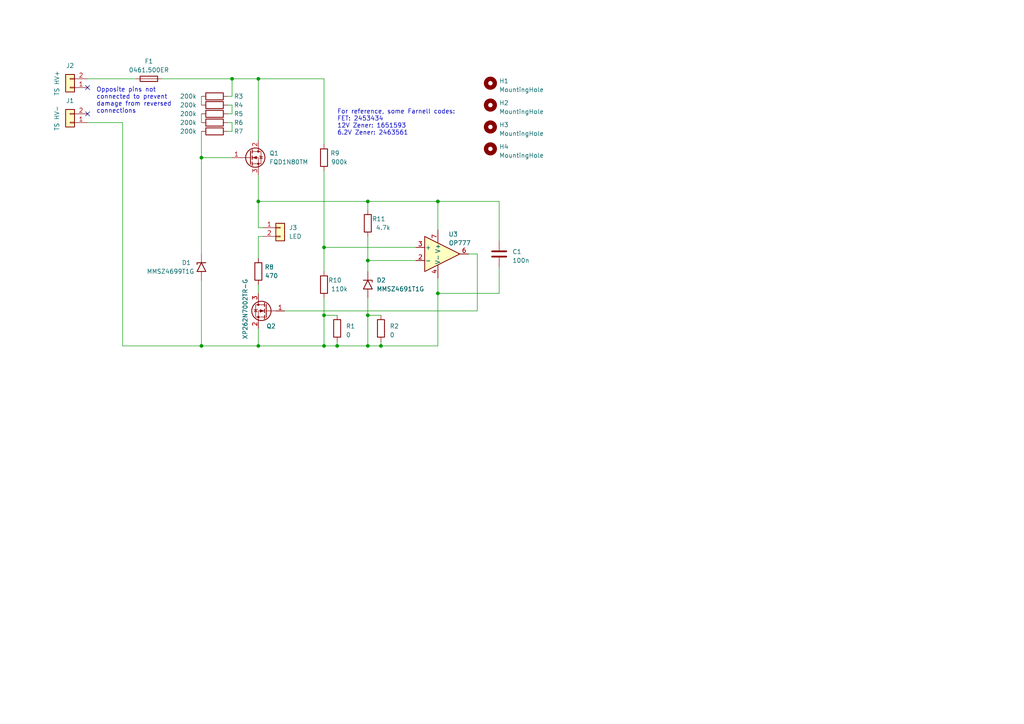
<source format=kicad_sch>
(kicad_sch (version 20230121) (generator eeschema)
  (paper "A4")
  (lib_symbols
    (symbol "Connector_Generic:Conn_01x02" (pin_names (offset 1.016) hide)
      (property "Reference" "J" (at 0 2.54 0))
      (property "Value" "Conn_01x02" (at 0 -5.08 0))
      (symbol "Conn_01x02_1_1"
        (rectangle (start -1.27 -2.413) (end 0 -2.667) (stroke (width 0.1524)))
        (rectangle (start -1.27 0.127) (end 0 -0.127) (stroke (width 0.1524)))
        (rectangle (start -1.27 1.27) (end 1.27 -3.81) (stroke (width 0.254)) (fill (type background)))
        (pin passive line (at -5.08 0 0) (length 3.81) (name "Pin_1") (number "1"))
        (pin passive line (at -5.08 -2.54 0) (length 3.81) (name "Pin_2") (number "2"))
      )
    )
    (symbol "Device:C" (pin_numbers hide) (pin_names (offset 0.254))
      (property "Reference" "C" (at 0.635 2.54 0))
      (property "Value" "C" (at 0.635 -2.54 0))
      (symbol "C_0_1"
        (polyline (pts (xy -2.032 -0.762) (xy 2.032 -0.762)) (stroke (width 0.508)))
        (polyline (pts (xy -2.032 0.762) (xy 2.032 0.762)) (stroke (width 0.508)))
      )
      (symbol "C_1_1"
        (pin passive line (at 0 3.81 270) (length 2.794) (name "~") (number "1"))
        (pin passive line (at 0 -3.81 90) (length 2.794) (name "~") (number "2"))
      )
    )
    (symbol "Device:Fuse" (pin_numbers hide) (pin_names (offset 0))
      (property "Reference" "F" (at 2.032 0 90))
      (property "Value" "Fuse" (at -1.905 0 90))
      (symbol "Fuse_0_1"
        (rectangle (start -0.762 -2.54) (end 0.762 2.54) (stroke (width 0.254)))
        (polyline (pts (xy 0 2.54) (xy 0 -2.54)))
      )
      (symbol "Fuse_1_1"
        (pin passive line (at 0 3.81 270) (length 1.27) (name "~") (number "1"))
        (pin passive line (at 0 -3.81 90) (length 1.27) (name "~") (number "2"))
      )
    )
    (symbol "Device:Q_NMOS_GSD" (pin_names (offset 0) hide)
      (property "Reference" "Q" (at 5.08 1.27 0))
      (property "Value" "Q_NMOS_GSD" (at 5.08 -1.27 0))
      (symbol "Q_NMOS_GSD_0_1"
        (polyline (pts (xy 0.254 0) (xy -2.54 0)))
        (polyline (pts (xy 0.254 1.905) (xy 0.254 -1.905)) (stroke (width 0.254)))
        (polyline (pts (xy 0.762 -1.27) (xy 0.762 -2.286)) (stroke (width 0.254)))
        (polyline (pts (xy 0.762 0.508) (xy 0.762 -0.508)) (stroke (width 0.254)))
        (polyline (pts (xy 0.762 2.286) (xy 0.762 1.27)) (stroke (width 0.254)))
        (polyline (pts (xy 2.54 2.54) (xy 2.54 1.778)))
        (polyline (pts (xy 2.54 -2.54) (xy 2.54 0) (xy 0.762 0)))
        (polyline (pts (xy 0.762 -1.778) (xy 3.302 -1.778) (xy 3.302 1.778) (xy 0.762 1.778)))
        (polyline (pts (xy 1.016 0) (xy 2.032 0.381) (xy 2.032 -0.381) (xy 1.016 0)) (fill (type outline)))
        (polyline (pts (xy 2.794 0.508) (xy 2.921 0.381) (xy 3.683 0.381) (xy 3.81 0.254)))
        (polyline (pts (xy 3.302 0.381) (xy 2.921 -0.254) (xy 3.683 -0.254) (xy 3.302 0.381)))
        (circle (center 1.651 0) (radius 2.794) (stroke (width 0.254)))
        (circle (center 2.54 -1.778) (radius 0.254) (fill (type outline)))
        (circle (center 2.54 1.778) (radius 0.254) (fill (type outline)))
      )
      (symbol "Q_NMOS_GSD_1_1"
        (pin input line (at -5.08 0 0) (length 2.54) (name "G") (number "1"))
        (pin passive line (at 2.54 -5.08 90) (length 2.54) (name "S") (number "2"))
        (pin passive line (at 2.54 5.08 270) (length 2.54) (name "D") (number "3"))
      )
    )
    (symbol "Device:R" (pin_numbers hide) (pin_names (offset 0))
      (property "Reference" "R" (at 2.032 0 90))
      (property "Value" "R" (at 0 0 90))
      (symbol "R_0_1"
        (rectangle (start -1.016 -2.54) (end 1.016 2.54) (stroke (width 0.254)))
      )
      (symbol "R_1_1"
        (pin passive line (at 0 3.81 270) (length 1.27) (name "~") (number "1"))
        (pin passive line (at 0 -3.81 90) (length 1.27) (name "~") (number "2"))
      )
    )
    (symbol "Diode:1N630xA" (pin_numbers hide) (pin_names (offset 1.016) hide)
      (property "Reference" "D" (at 0 2.54 0))
      (property "Value" "1N630xA" (at 0 -2.54 0))
      (symbol "1N630xA_0_1"
        (polyline (pts (xy -0.762 1.27) (xy -1.27 1.27) (xy -1.27 -1.27)) (stroke (width 0.254)))
        (polyline (pts (xy 1.27 1.27) (xy 1.27 -1.27) (xy -1.27 0) (xy 1.27 1.27)) (stroke (width 0.254)))
      )
      (symbol "1N630xA_1_1"
        (pin passive line (at -3.81 0 0) (length 2.54) (name "A1") (number "1"))
        (pin passive line (at 3.81 0 180) (length 2.54) (name "A2") (number "2"))
      )
    )
    (symbol "Mechanical:MountingHole" (pin_names (offset 1.016))
      (property "Reference" "H" (at 0 5.08 0))
      (property "Value" "MountingHole" (at 0 3.175 0))
      (symbol "MountingHole_0_1"
        (circle (center 0 0) (radius 1.27) (stroke (width 1.27)))
      )
    )
    (symbol "SUFST:FQD1N80TM" (pin_names hide)
      (property "Reference" "Q" (at 6.35 1.905 0))
      (property "Value" "FQD1N80TM" (at 6.35 0 0))
      (symbol "FQD1N80TM_0_1"
        (polyline (pts (xy 0.254 0) (xy -2.54 0)))
        (polyline (pts (xy 0.254 1.905) (xy 0.254 -1.905)) (stroke (width 0.254)))
        (polyline (pts (xy 0.762 -1.27) (xy 0.762 -2.286)) (stroke (width 0.254)))
        (polyline (pts (xy 0.762 0.508) (xy 0.762 -0.508)) (stroke (width 0.254)))
        (polyline (pts (xy 0.762 2.286) (xy 0.762 1.27)) (stroke (width 0.254)))
        (polyline (pts (xy 2.54 2.54) (xy 2.54 1.778)))
        (polyline (pts (xy 2.54 -2.54) (xy 2.54 0) (xy 0.762 0)))
        (polyline (pts (xy 0.762 -1.778) (xy 3.302 -1.778) (xy 3.302 1.778) (xy 0.762 1.778)))
        (polyline (pts (xy 1.016 0) (xy 2.032 0.381) (xy 2.032 -0.381) (xy 1.016 0)) (fill (type outline)))
        (polyline (pts (xy 2.794 0.508) (xy 2.921 0.381) (xy 3.683 0.381) (xy 3.81 0.254)))
        (polyline (pts (xy 3.302 0.381) (xy 2.921 -0.254) (xy 3.683 -0.254) (xy 3.302 0.381)))
        (circle (center 1.651 0) (radius 2.794) (stroke (width 0.254)))
        (circle (center 2.54 -1.778) (radius 0.254) (fill (type outline)))
        (circle (center 2.54 1.778) (radius 0.254) (fill (type outline)))
      )
      (symbol "FQD1N80TM_1_1"
        (pin input line (at -5.08 0 0) (length 2.54) (name "G") (number "1"))
        (pin passive line (at 2.54 5.08 270) (length 2.54) (name "D") (number "2"))
        (pin passive line (at 2.54 -5.08 90) (length 2.54) (name "S") (number "3"))
      )
    )
    (symbol "SUFST:OP777" (pin_names (offset 0.127))
      (property "Reference" "U" (at 1.27 5.715 0))
      (property "Value" "OP777" (at 1.27 3.175 0))
      (symbol "OP777_0_1"
        (polyline (pts (xy -5.08 5.08) (xy 5.08 0) (xy -5.08 -5.08) (xy -5.08 5.08)) (stroke (width 0.254)) (fill (type background)))
      )
      (symbol "OP777_1_1"
        (pin no_connect line (at -2.54 -8.89 90) (length 5.08) hide (name "") (number "1"))
        (pin input line (at -7.62 -1.905 0) (length 2.54) (name "-") (number "2"))
        (pin input line (at -7.62 1.905 0) (length 2.54) (name "+") (number "3"))
        (pin power_in line (at -1.27 -6.985 90) (length 3.81) (name "V-") (number "4"))
        (pin no_connect line (at -2.54 6.35 270) (length 2.54) hide (name "NC") (number "5"))
        (pin output line (at 7.62 0 180) (length 2.54) (name "~") (number "6"))
        (pin power_in line (at -1.27 6.985 270) (length 3.81) (name "V+") (number "7"))
        (pin no_connect line (at 2.54 -7.62 90) (length 6.35) hide (name "") (number "8"))
      )
    )
  )
  (junction (at 110.49 100.33))
  (junction (at 127 58.42))
  (junction (at 93.98 100.33))
  (junction (at 106.68 75.565))
  (junction (at 74.93 58.42))
  (junction (at 93.98 71.755))
  (junction (at 67.31 22.86))
  (junction (at 97.79 100.33))
  (junction (at 106.68 58.42))
  (junction (at 106.68 100.33))
  (junction (at 58.42 45.72))
  (junction (at 127 85.09))
  (junction (at 93.98 91.44))
  (junction (at 74.93 100.33))
  (junction (at 74.93 22.86))
  (junction (at 106.68 91.44))
  (junction (at 58.42 100.33))
  (no_connect (at 25.4 25.4))
  (no_connect (at 25.4 33.02))
  (wire (pts (xy 58.42 38.1) (xy 58.42 45.72)))
  (wire (pts (xy 106.68 58.42) (xy 127 58.42)))
  (wire (pts (xy 106.68 75.565) (xy 106.68 78.74)))
  (wire (pts (xy 74.93 22.86) (xy 74.93 40.64)))
  (wire (pts (xy 110.49 100.33) (xy 127 100.33)))
  (wire (pts (xy 74.93 22.86) (xy 93.98 22.86)))
  (wire (pts (xy 93.98 49.53) (xy 93.98 71.755)))
  (wire (pts (xy 97.79 99.06) (xy 97.79 100.33)))
  (wire (pts (xy 35.56 100.33) (xy 58.42 100.33)))
  (wire (pts (xy 58.42 81.28) (xy 58.42 100.33)))
  (wire (pts (xy 58.42 30.48) (xy 58.42 27.94)))
  (wire (pts (xy 25.4 35.56) (xy 35.56 35.56)))
  (wire (pts (xy 93.98 71.755) (xy 120.65 71.755)))
  (wire (pts (xy 67.31 22.86) (xy 67.31 27.94)))
  (wire (pts (xy 93.98 22.86) (xy 93.98 41.91)))
  (wire (pts (xy 135.89 73.66) (xy 138.43 73.66)))
  (wire (pts (xy 66.04 30.48) (xy 67.31 30.48)))
  (wire (pts (xy 74.93 68.58) (xy 74.93 74.93)))
  (wire (pts (xy 74.93 100.33) (xy 93.98 100.33)))
  (wire (pts (xy 144.78 69.85) (xy 144.78 58.42)))
  (wire (pts (xy 106.68 91.44) (xy 106.68 100.33)))
  (wire (pts (xy 25.4 22.86) (xy 39.37 22.86)))
  (wire (pts (xy 74.93 58.42) (xy 106.68 58.42)))
  (wire (pts (xy 127 58.42) (xy 144.78 58.42)))
  (wire (pts (xy 93.98 91.44) (xy 93.98 100.33)))
  (wire (pts (xy 106.68 68.58) (xy 106.68 75.565)))
  (wire (pts (xy 74.93 82.55) (xy 74.93 85.09)))
  (wire (pts (xy 93.98 91.44) (xy 97.79 91.44)))
  (wire (pts (xy 144.78 77.47) (xy 144.78 85.09)))
  (wire (pts (xy 67.31 22.86) (xy 74.93 22.86)))
  (wire (pts (xy 106.68 91.44) (xy 110.49 91.44)))
  (wire (pts (xy 106.68 75.565) (xy 120.65 75.565)))
  (wire (pts (xy 58.42 35.56) (xy 58.42 33.02)))
  (wire (pts (xy 93.98 86.36) (xy 93.98 91.44)))
  (wire (pts (xy 97.79 100.33) (xy 106.68 100.33)))
  (wire (pts (xy 58.42 45.72) (xy 58.42 73.66)))
  (wire (pts (xy 74.93 100.33) (xy 58.42 100.33)))
  (wire (pts (xy 93.98 71.755) (xy 93.98 78.74)))
  (wire (pts (xy 144.78 85.09) (xy 127 85.09)))
  (wire (pts (xy 74.93 50.8) (xy 74.93 58.42)))
  (wire (pts (xy 127 80.645) (xy 127 85.09)))
  (wire (pts (xy 106.68 86.36) (xy 106.68 91.44)))
  (wire (pts (xy 58.42 45.72) (xy 67.31 45.72)))
  (wire (pts (xy 67.31 33.02) (xy 67.31 30.48)))
  (wire (pts (xy 110.49 99.06) (xy 110.49 100.33)))
  (wire (pts (xy 74.93 68.58) (xy 76.2 68.58)))
  (wire (pts (xy 127 85.09) (xy 127 100.33)))
  (wire (pts (xy 74.93 95.25) (xy 74.93 100.33)))
  (wire (pts (xy 106.68 100.33) (xy 110.49 100.33)))
  (wire (pts (xy 66.04 38.1) (xy 67.31 38.1)))
  (wire (pts (xy 138.43 73.66) (xy 138.43 90.17)))
  (wire (pts (xy 67.31 35.56) (xy 67.31 38.1)))
  (wire (pts (xy 35.56 100.33) (xy 35.56 35.56)))
  (wire (pts (xy 74.93 66.04) (xy 76.2 66.04)))
  (wire (pts (xy 66.04 35.56) (xy 67.31 35.56)))
  (wire (pts (xy 106.68 58.42) (xy 106.68 60.96)))
  (wire (pts (xy 74.93 58.42) (xy 74.93 66.04)))
  (wire (pts (xy 46.99 22.86) (xy 67.31 22.86)))
  (wire (pts (xy 66.04 27.94) (xy 67.31 27.94)))
  (wire (pts (xy 127 66.675) (xy 127 58.42)))
  (wire (pts (xy 93.98 100.33) (xy 97.79 100.33)))
  (wire (pts (xy 82.55 90.17) (xy 138.43 90.17)))
  (wire (pts (xy 66.04 33.02) (xy 67.31 33.02)))
  (text "Opposite pins not\nconnected to prevent\ndamage from reversed\nconnections" (at 27.94 33.02 0) (effects (font (size 1.27 1.27)) (justify left bottom)))
  (text "For reference, some Farnell codes:\nFET: 2453434\n12V Zener: 1651593\n6.2V Zener: 2463561" (at 97.79 39.37 0) (effects (font (size 1.27 1.27)) (justify left bottom)))
  (symbol (lib_id "SUFST:FQD1N80TM") (at 72.39 45.72 0) (unit 1)
    (property "Reference" "Q1" (at 78.105 44.4499 0) (effects (justify left)))
    (property "Value" "FQD1N80TM" (at 78.105 46.9899 0) (effects (justify left)))
    (property "Footprint" "Package_TO_SOT_SMD:TO-252-2" (effects hide))
  )
  (symbol (lib_id "Device:R") (at 110.49 95.25 0) (unit 1)
    (property "Reference" "R2" (at 113.03 94.615 0) (effects (justify left)))
    (property "Value" "0" (at 113.03 97.155 0) (effects (justify left)))
    (property "Footprint" "Resistor_SMD:R_1206_3216Metric_Pad1.30x1.75mm_HandSolder" (effects hide))
  )
  (symbol (lib_id "Device:R") (at 62.23 33.02 90) (unit 1)
    (property "Reference" "R5" (at 69.215 33.02 90))
    (property "Value" "200k" (at 54.61 33.02 90))
    (property "Footprint" "Resistor_SMD:R_0805_2012Metric" (effects hide))
  )
  (symbol (lib_id "Device:R") (at 62.23 27.94 90) (unit 1)
    (property "Reference" "R3" (at 69.215 27.94 90))
    (property "Value" "200k" (at 54.61 27.94 90))
    (property "Footprint" "Resistor_SMD:R_0805_2012Metric" (effects hide))
  )
  (symbol (lib_id "Connector_Generic:Conn_01x02") (at 20.32 25.4 180) (unit 1)
    (property "Reference" "J2" (at 20.32 19.05 0))
    (property "Value" "TS HV+" (at 16.51 24.13 90))
    (property "Footprint" "SUFST:Molex_Micro-Fit_3.0_43650-0200_1x02_P3.00mm_Horizontal" (effects hide))
  )
  (symbol (lib_id "Device:R") (at 97.79 95.25 0) (unit 1)
    (property "Reference" "R1" (at 100.33 94.615 0) (effects (justify left)))
    (property "Value" "0" (at 100.33 97.155 0) (effects (justify left)))
    (property "Footprint" "Resistor_SMD:R_1206_3216Metric_Pad1.30x1.75mm_HandSolder" (effects hide))
  )
  (symbol (lib_id "Device:R") (at 62.23 38.1 90) (unit 1)
    (property "Reference" "R7" (at 69.215 38.1 90))
    (property "Value" "200k" (at 54.61 38.1 90))
    (property "Footprint" "Resistor_SMD:R_0805_2012Metric" (effects hide))
  )
  (symbol (lib_id "Device:R") (at 93.98 45.72 180) (unit 1)
    (property "Reference" "R9" (at 97.155 44.45 0))
    (property "Value" "900k" (at 98.425 46.99 0))
    (property "Footprint" "Resistor_SMD:R_0603_1608Metric" (effects hide))
  )
  (symbol (lib_id "Device:R") (at 106.68 64.77 180) (unit 1)
    (property "Reference" "R11" (at 109.855 63.5 0))
    (property "Value" "4.7k" (at 111.125 66.04 0))
    (property "Footprint" "Resistor_SMD:R_0603_1608Metric" (effects hide))
  )
  (symbol (lib_id "Device:Q_NMOS_GSD") (at 77.47 90.17 0) (mirror y) (unit 1)
    (property "Reference" "Q2" (at 80.01 94.615 0) (effects (justify left)))
    (property "Value" "XP262N7002TR-G" (at 71.12 98.425 90) (effects (justify left)))
    (property "Footprint" "Package_TO_SOT_SMD:SOT-23" (effects hide))
  )
  (symbol (lib_id "Diode:1N630xA") (at 58.42 77.47 90) (mirror x) (unit 1)
    (property "Reference" "D1" (at 52.705 76.2 90) (effects (justify right)))
    (property "Value" "MMSZ4699T1G" (at 42.545 78.74 90) (effects (justify right)))
    (property "Footprint" "Diode_SMD:D_SOD-123" (effects hide))
  )
  (symbol (lib_id "Device:R") (at 62.23 30.48 90) (unit 1)
    (property "Reference" "R4" (at 69.215 30.48 90))
    (property "Value" "200k" (at 54.61 30.48 90))
    (property "Footprint" "Resistor_SMD:R_0805_2012Metric" (effects hide))
  )
  (symbol (lib_id "Mechanical:MountingHole") (at 142.24 24.13 0) (unit 1)
    (property "Reference" "H1" (at 144.78 23.495 0) (effects (justify left)))
    (property "Value" "MountingHole" (at 144.78 26.035 0) (effects (justify left)))
    (property "Footprint" "MountingHole:MountingHole_4.3mm_M4" (effects hide))
  )
  (symbol (lib_id "Mechanical:MountingHole") (at 142.24 36.83 0) (unit 1)
    (property "Reference" "H3" (at 144.78 36.195 0) (effects (justify left)))
    (property "Value" "MountingHole" (at 144.78 38.735 0) (effects (justify left)))
    (property "Footprint" "MountingHole:MountingHole_4.3mm_M4" (effects hide))
  )
  (symbol (lib_id "Mechanical:MountingHole") (at 142.24 43.18 0) (unit 1)
    (property "Reference" "H4" (at 144.78 42.545 0) (effects (justify left)))
    (property "Value" "MountingHole" (at 144.78 45.085 0) (effects (justify left)))
    (property "Footprint" "MountingHole:MountingHole_4.3mm_M4" (effects hide))
  )
  (symbol (lib_id "Connector_Generic:Conn_01x02") (at 20.32 35.56 180) (unit 1)
    (property "Reference" "J1" (at 20.32 29.21 0))
    (property "Value" "TS HV-" (at 16.51 34.29 90))
    (property "Footprint" "SUFST:Molex_Micro-Fit_3.0_43650-0200_1x02_P3.00mm_Horizontal" (effects hide))
  )
  (symbol (lib_id "Device:Fuse") (at 43.18 22.86 270) (mirror x) (unit 1)
    (property "Reference" "F1" (at 43.18 17.78 90))
    (property "Value" "0461.500ER" (at 43.18 20.32 90))
    (property "Footprint" "SUFST:Littelfuse-04611-25ER" (effects hide))
    (property "Datasheet" "https://www.mouser.co.uk/datasheet/2/240/Littelfuse_Fuse_461_Datasheet_pdf-968630.pdf" (effects hide))
    (property "Supplier" "Mouser" (effects hide))
    (property "Order Code" "576-0461.500ER" (effects hide))
  )
  (symbol (lib_id "SUFST:OP777") (at 128.27 73.66 0) (unit 1)
    (property "Reference" "U3" (at 131.445 67.945 0))
    (property "Value" "OP777" (at 133.35 70.485 0))
    (property "Footprint" "Package_SO:SOIC-8_3.9x4.9mm_P1.27mm" (effects hide))
    (property "Datasheet" "https://www.analog.com/media/en/technical-documentation/data-sheets/OP777_727_747.pdf" (effects hide))
  )
  (symbol (lib_id "Diode:1N630xA") (at 106.68 82.55 270) (unit 1)
    (property "Reference" "D2" (at 109.22 81.2799 90) (effects (justify left)))
    (property "Value" "MMSZ4691T1G" (at 109.22 83.8199 90) (effects (justify left)))
    (property "Footprint" "Diode_SMD:D_SOD-123" (effects hide))
  )
  (symbol (lib_id "Connector_Generic:Conn_01x02") (at 81.28 66.04 0) (unit 1)
    (property "Reference" "J3" (at 83.82 66.04 0) (effects (justify left)))
    (property "Value" "LED" (at 83.82 68.58 0) (effects (justify left)))
    (property "Footprint" "SUFST:Molex_Micro-Fit_3.0_43650-0200_1x02_P3.00mm_Horizontal" (effects hide))
  )
  (symbol (lib_id "Device:C") (at 144.78 73.66 0) (unit 1)
    (property "Reference" "C1" (at 148.59 73.025 0) (effects (justify left)))
    (property "Value" "100n" (at 148.59 75.565 0) (effects (justify left)))
    (property "Footprint" "Capacitor_SMD:C_0805_2012Metric_Pad1.18x1.45mm_HandSolder" (effects hide))
  )
  (symbol (lib_id "Device:R") (at 74.93 78.74 180) (unit 1)
    (property "Reference" "R8" (at 78.105 77.47 0))
    (property "Value" "470" (at 78.74 80.01 0))
    (property "Footprint" "Resistor_SMD:R_0603_1608Metric" (effects hide))
  )
  (symbol (lib_id "Device:R") (at 62.23 35.56 90) (unit 1)
    (property "Reference" "R6" (at 69.215 35.56 90))
    (property "Value" "200k" (at 54.61 35.56 90))
    (property "Footprint" "Resistor_SMD:R_0805_2012Metric" (effects hide))
  )
  (symbol (lib_id "Device:R") (at 93.98 82.55 180) (unit 1)
    (property "Reference" "R10" (at 97.155 81.28 0))
    (property "Value" "110k" (at 98.425 83.82 0))
    (property "Footprint" "Resistor_SMD:R_0603_1608Metric" (effects hide))
  )
  (symbol (lib_id "Mechanical:MountingHole") (at 142.24 30.48 0) (unit 1)
    (property "Reference" "H2" (at 144.78 29.845 0) (effects (justify left)))
    (property "Value" "MountingHole" (at 144.78 32.385 0) (effects (justify left)))
    (property "Footprint" "MountingHole:MountingHole_4.3mm_M4" (effects hide))
  )
)
</source>
